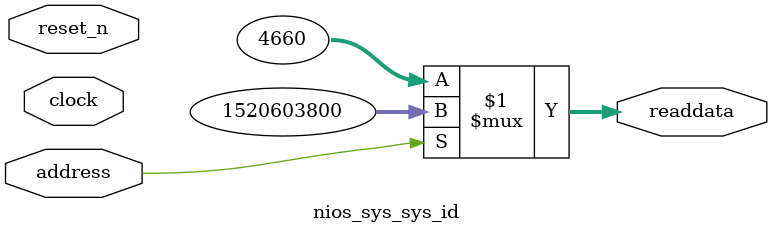
<source format=v>



// synthesis translate_off
`timescale 1ns / 1ps
// synthesis translate_on

// turn off superfluous verilog processor warnings 
// altera message_level Level1 
// altera message_off 10034 10035 10036 10037 10230 10240 10030 

module nios_sys_sys_id (
               // inputs:
                address,
                clock,
                reset_n,

               // outputs:
                readdata
             )
;

  output  [ 31: 0] readdata;
  input            address;
  input            clock;
  input            reset_n;

  wire    [ 31: 0] readdata;
  //control_slave, which is an e_avalon_slave
  assign readdata = address ? 1520603800 : 4660;

endmodule



</source>
